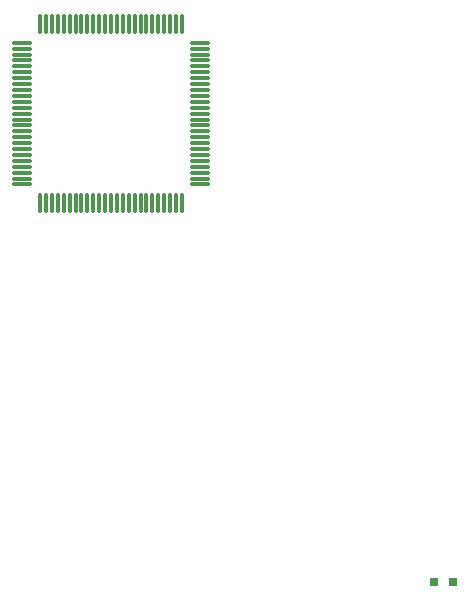
<source format=gtp>
G04*
G04 #@! TF.GenerationSoftware,Altium Limited,Altium Designer,18.1.6 (161)*
G04*
G04 Layer_Color=8421504*
%FSLAX25Y25*%
%MOIN*%
G70*
G01*
G75*
%ADD16R,0.03150X0.03150*%
%ADD17O,0.07087X0.01181*%
%ADD18O,0.01181X0.07087*%
D16*
X168602Y-4500D02*
D03*
X175098D02*
D03*
D17*
X31276Y175228D02*
D03*
Y173260D02*
D03*
Y171291D02*
D03*
Y169323D02*
D03*
Y167354D02*
D03*
Y165386D02*
D03*
Y163417D02*
D03*
Y161449D02*
D03*
Y159480D02*
D03*
Y157512D02*
D03*
Y155543D02*
D03*
Y153575D02*
D03*
Y151606D02*
D03*
Y149638D02*
D03*
Y147669D02*
D03*
Y145701D02*
D03*
Y143732D02*
D03*
Y141764D02*
D03*
Y139795D02*
D03*
Y137827D02*
D03*
Y135858D02*
D03*
Y133890D02*
D03*
Y131921D02*
D03*
Y129953D02*
D03*
Y127984D02*
D03*
X90724D02*
D03*
Y129953D02*
D03*
Y131921D02*
D03*
Y133890D02*
D03*
Y135858D02*
D03*
Y137827D02*
D03*
Y139795D02*
D03*
Y141764D02*
D03*
Y143732D02*
D03*
Y145701D02*
D03*
Y147669D02*
D03*
Y149638D02*
D03*
Y151606D02*
D03*
Y153575D02*
D03*
Y155543D02*
D03*
Y157512D02*
D03*
Y159480D02*
D03*
Y161449D02*
D03*
Y163417D02*
D03*
Y165386D02*
D03*
Y167354D02*
D03*
Y169323D02*
D03*
Y171291D02*
D03*
Y173260D02*
D03*
Y175228D02*
D03*
D18*
X37378Y121882D02*
D03*
X39346D02*
D03*
X41315D02*
D03*
X43283D02*
D03*
X45252D02*
D03*
X47220D02*
D03*
X49189D02*
D03*
X51157D02*
D03*
X53126D02*
D03*
X55094D02*
D03*
X57063D02*
D03*
X59032D02*
D03*
X61000D02*
D03*
X62969D02*
D03*
X64937D02*
D03*
X66906D02*
D03*
X68874D02*
D03*
X70843D02*
D03*
X72811D02*
D03*
X74780D02*
D03*
X76748D02*
D03*
X78717D02*
D03*
X80685D02*
D03*
X82654D02*
D03*
X84622D02*
D03*
Y181331D02*
D03*
X82654D02*
D03*
X80685D02*
D03*
X78717D02*
D03*
X76748D02*
D03*
X74780D02*
D03*
X72811D02*
D03*
X70843D02*
D03*
X68874D02*
D03*
X66906D02*
D03*
X64937D02*
D03*
X62969D02*
D03*
X61000D02*
D03*
X59032D02*
D03*
X57063D02*
D03*
X55094D02*
D03*
X53126D02*
D03*
X51157D02*
D03*
X49189D02*
D03*
X47220D02*
D03*
X45252D02*
D03*
X43283D02*
D03*
X41315D02*
D03*
X39346D02*
D03*
X37378D02*
D03*
M02*

</source>
